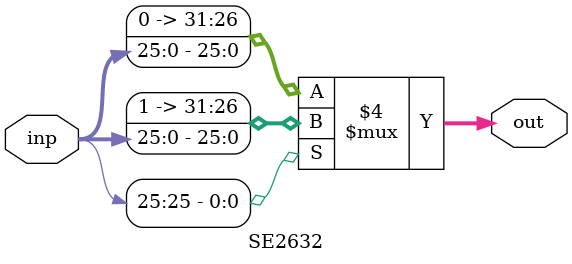
<source format=v>
module SE2632(inp,out);
    input[25:0] inp;
    output reg [31:0] out;
    always@(inp) begin
        if (inp[25] == 0)
            out = {6'b0,inp};
        else
            out = {6'b111111,inp};
    end
endmodule
</source>
